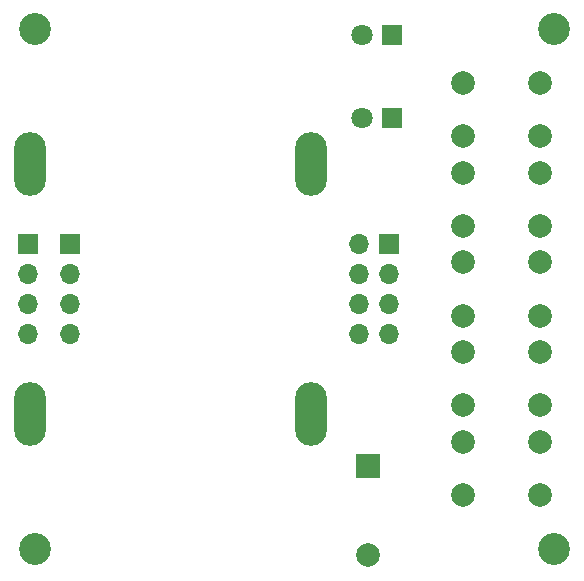
<source format=gbs>
%TF.GenerationSoftware,KiCad,Pcbnew,(6.0.2)*%
%TF.CreationDate,2022-03-15T19:18:54-04:00*%
%TF.ProjectId,Pi1541_Control_Pannel,50693135-3431-45f4-936f-6e74726f6c5f,1.0*%
%TF.SameCoordinates,Original*%
%TF.FileFunction,Soldermask,Bot*%
%TF.FilePolarity,Negative*%
%FSLAX46Y46*%
G04 Gerber Fmt 4.6, Leading zero omitted, Abs format (unit mm)*
G04 Created by KiCad (PCBNEW (6.0.2)) date 2022-03-15 19:18:54*
%MOMM*%
%LPD*%
G01*
G04 APERTURE LIST*
%ADD10O,2.700000X5.400000*%
%ADD11R,1.700000X1.700000*%
%ADD12O,1.700000X1.700000*%
%ADD13C,2.000000*%
%ADD14R,2.000000X2.000000*%
%ADD15C,2.700000*%
%ADD16R,1.800000X1.800000*%
%ADD17C,1.800000*%
G04 APERTURE END LIST*
D10*
X129600000Y-90550000D03*
X153400000Y-69450000D03*
X153400000Y-90550000D03*
X129600000Y-69450000D03*
D11*
X129435000Y-76190000D03*
D12*
X129435000Y-78730000D03*
X129435000Y-81270000D03*
X129435000Y-83810000D03*
D13*
X166250000Y-74650000D03*
X172750000Y-74650000D03*
X172750000Y-70150000D03*
X166250000Y-70150000D03*
D14*
X158200000Y-94950000D03*
D13*
X158200000Y-102550000D03*
D15*
X174000000Y-102000000D03*
D13*
X166250000Y-82250000D03*
X172750000Y-82250000D03*
X166250000Y-77750000D03*
X172750000Y-77750000D03*
D16*
X160275000Y-65500000D03*
D17*
X157735000Y-65500000D03*
D15*
X130000000Y-102000000D03*
D13*
X172750000Y-67050000D03*
X166250000Y-67050000D03*
X166250000Y-62550000D03*
X172750000Y-62550000D03*
D16*
X160275000Y-58500000D03*
D17*
X157735000Y-58500000D03*
D13*
X166250000Y-89850000D03*
X172750000Y-89850000D03*
X172750000Y-85350000D03*
X166250000Y-85350000D03*
D15*
X130000000Y-58000000D03*
D13*
X172750000Y-97450000D03*
X166250000Y-97450000D03*
X166250000Y-92950000D03*
X172750000Y-92950000D03*
D15*
X174000000Y-58000000D03*
D11*
X160000000Y-76190000D03*
D12*
X157460000Y-76190000D03*
X160000000Y-78730000D03*
X157460000Y-78730000D03*
X160000000Y-81270000D03*
X157460000Y-81270000D03*
X160000000Y-83810000D03*
X157460000Y-83810000D03*
D11*
X133000000Y-76190000D03*
D12*
X133000000Y-78730000D03*
X133000000Y-81270000D03*
X133000000Y-83810000D03*
M02*

</source>
